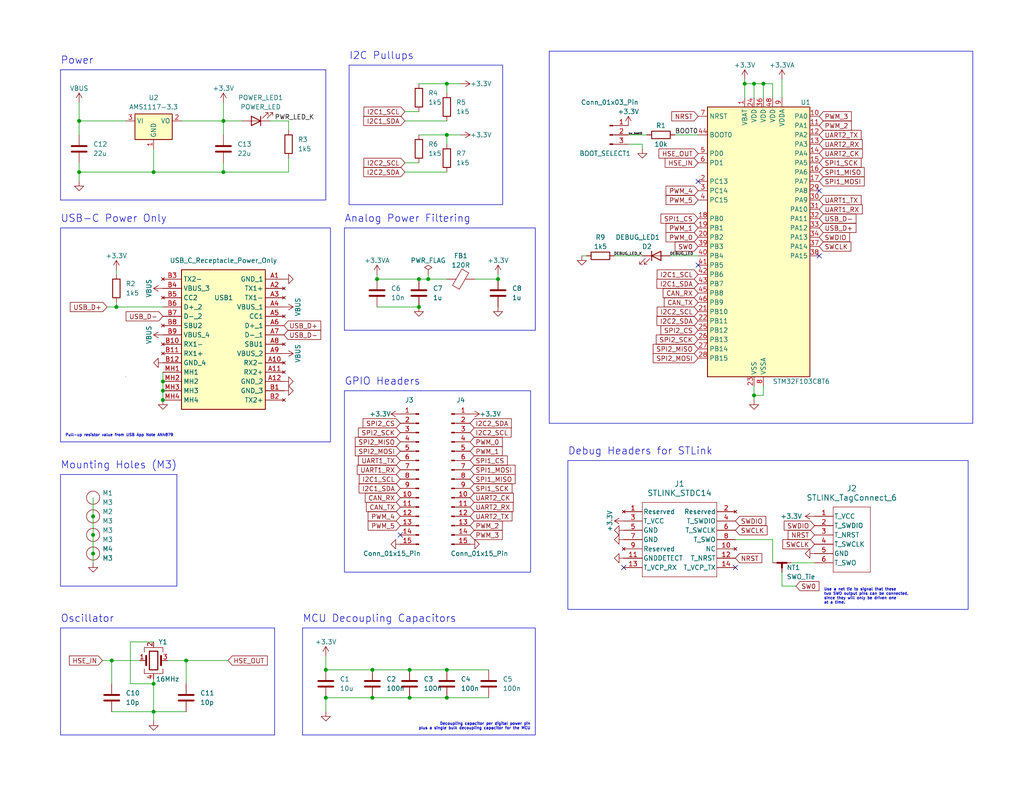
<source format=kicad_sch>
(kicad_sch (version 20230121) (generator eeschema)
  (paper "USLetter")
  (title_block (title "STM32F1 CPU Board") (date "2024-04-03") (rev "1.1") (company "Tennessee Valley Stellar Corporation"))
  (lib_symbols
    (symbol "Connector:Conn_01x03_Pin" (pin_names (offset 1.016) hide)
      (property "Reference" "J" (at 0 5.08 0))
      (property "Value" "Conn_01x03_Pin" (at 0 -5.08 0))
      (symbol "Conn_01x03_Pin_1_1"
        (pin passive line (at 5.08 2.54 180) (length 3.81) (name "Pin_1") (number "1"))
        (pin passive line (at 5.08 0 180) (length 3.81) (name "Pin_2") (number "2"))
        (pin passive line (at 5.08 -2.54 180) (length 3.81) (name "Pin_3") (number "3"))
      )
    )
    (symbol "Connector:Conn_01x15_Pin" (pin_names (offset 1.016) hide)
      (property "Reference" "J" (at 0 20.32 0))
      (property "Value" "Conn_01x15_Pin" (at 0 -20.32 0))
      (symbol "Conn_01x15_Pin_1_1"
        (pin passive line (at 5.08 17.78 180) (length 3.81) (name "Pin_1") (number "1"))
        (pin passive line (at 5.08 -5.08 180) (length 3.81) (name "Pin_10") (number "10"))
        (pin passive line (at 5.08 -7.62 180) (length 3.81) (name "Pin_11") (number "11"))
        (pin passive line (at 5.08 -10.16 180) (length 3.81) (name "Pin_12") (number "12"))
        (pin passive line (at 5.08 -12.7 180) (length 3.81) (name "Pin_13") (number "13"))
        (pin passive line (at 5.08 -15.24 180) (length 3.81) (name "Pin_14") (number "14"))
        (pin passive line (at 5.08 -17.78 180) (length 3.81) (name "Pin_15") (number "15"))
        (pin passive line (at 5.08 15.24 180) (length 3.81) (name "Pin_2") (number "2"))
        (pin passive line (at 5.08 12.7 180) (length 3.81) (name "Pin_3") (number "3"))
        (pin passive line (at 5.08 10.16 180) (length 3.81) (name "Pin_4") (number "4"))
        (pin passive line (at 5.08 7.62 180) (length 3.81) (name "Pin_5") (number "5"))
        (pin passive line (at 5.08 5.08 180) (length 3.81) (name "Pin_6") (number "6"))
        (pin passive line (at 5.08 2.54 180) (length 3.81) (name "Pin_7") (number "7"))
        (pin passive line (at 5.08 0 180) (length 3.81) (name "Pin_8") (number "8"))
        (pin passive line (at 5.08 -2.54 180) (length 3.81) (name "Pin_9") (number "9"))
      )
    )
    (symbol "Device:C" (pin_numbers hide) (pin_names (offset 0.254))
      (property "Reference" "C" (at 0.635 2.54 0))
      (property "Value" "C" (at 0.635 -2.54 0))
      (symbol "C_1_1"
        (pin passive line (at 0 3.81 270) (length 2.794) (name "~") (number "1"))
        (pin passive line (at 0 -3.81 90) (length 2.794) (name "~") (number "2"))
      )
    )
    (symbol "Device:Crystal_GND24" (pin_names (offset 1.016) hide)
      (property "Reference" "Y" (at 3.175 5.08 0))
      (property "Value" "Crystal_GND24" (at 3.175 3.175 0))
      (symbol "Crystal_GND24_1_1"
        (pin passive line (at -3.81 0 0) (length 1.27) (name "1") (number "1"))
        (pin passive line (at 0 5.08 270) (length 1.27) (name "2") (number "2"))
        (pin passive line (at 3.81 0 180) (length 1.27) (name "3") (number "3"))
        (pin passive line (at 0 -5.08 90) (length 1.27) (name "4") (number "4"))
      )
    )
    (symbol "Device:FerriteBead" (pin_numbers hide) (pin_names (offset 0))
      (property "Reference" "FB" (at -3.81 0.635 90))
      (property "Value" "FerriteBead" (at 3.81 0 90))
      (symbol "FerriteBead_1_1"
        (pin passive line (at 0 3.81 270) (length 2.54) (name "~") (number "1"))
        (pin passive line (at 0 -3.81 90) (length 2.54) (name "~") (number "2"))
      )
    )
    (symbol "Device:LED" (pin_numbers hide) (pin_names (offset 1.016) hide)
      (property "Reference" "D" (at 0 2.54 0))
      (property "Value" "LED" (at 0 -2.54 0))
      (symbol "LED_1_1"
        (pin passive line (at -3.81 0 0) (length 2.54) (name "K") (number "1"))
        (pin passive line (at 3.81 0 180) (length 2.54) (name "A") (number "2"))
      )
    )
    (symbol "Device:NetTie_3_Tee" (pin_numbers hide) (pin_names (offset 0) hide) (in_bom no)
      (property "Reference" "NT" (at 0 3.175 0))
      (property "Value" "NetTie_3_Tee" (at 0 1.27 0))
      (symbol "NetTie_3_Tee_1_1"
        (pin passive line (at -2.54 0 0) (length 2.54) (name "1") (number "1"))
        (pin passive line (at 2.54 0 180) (length 2.54) (name "2") (number "2"))
        (pin passive line (at 0 -2.54 90) (length 2.54) (name "3") (number "3"))
      )
    )
    (symbol "Device:R" (pin_numbers hide) (pin_names (offset 0))
      (property "Reference" "R" (at 2.032 0 90))
      (property "Value" "R" (at 0 0 90))
      (symbol "R_1_1"
        (pin passive line (at 0 3.81 270) (length 1.27) (name "~") (number "1"))
        (pin passive line (at 0 -3.81 90) (length 1.27) (name "~") (number "2"))
      )
    )
    (symbol "MCU_ST_STM32F1:STM32F103C8Tx"
      (property "Reference" "U" (at -12.7 39.37 0))
      (property "Value" "STM32F103C8Tx" (at 10.16 39.37 0))
      (symbol "STM32F103C8Tx_1_1"
        (pin power_in line (at -2.54 40.64 270) (length 2.54) (name "VBAT") (number "1"))
        (pin bidirectional line (at 17.78 35.56 180) (length 2.54) (name "PA0") (number "10"))
        (pin bidirectional line (at 17.78 33.02 180) (length 2.54) (name "PA1") (number "11"))
        (pin bidirectional line (at 17.78 30.48 180) (length 2.54) (name "PA2") (number "12"))
        (pin bidirectional line (at 17.78 27.94 180) (length 2.54) (name "PA3") (number "13"))
        (pin bidirectional line (at 17.78 25.4 180) (length 2.54) (name "PA4") (number "14"))
        (pin bidirectional line (at 17.78 22.86 180) (length 2.54) (name "PA5") (number "15"))
        (pin bidirectional line (at 17.78 20.32 180) (length 2.54) (name "PA6") (number "16"))
        (pin bidirectional line (at 17.78 17.78 180) (length 2.54) (name "PA7") (number "17"))
        (pin bidirectional line (at -15.24 7.62 0) (length 2.54) (name "PB0") (number "18"))
        (pin bidirectional line (at -15.24 5.08 0) (length 2.54) (name "PB1") (number "19"))
        (pin bidirectional line (at -15.24 17.78 0) (length 2.54) (name "PC13") (number "2"))
        (pin bidirectional line (at -15.24 2.54 0) (length 2.54) (name "PB2") (number "20"))
        (pin bidirectional line (at -15.24 -17.78 0) (length 2.54) (name "PB10") (number "21"))
        (pin bidirectional line (at -15.24 -20.32 0) (length 2.54) (name "PB11") (number "22"))
        (pin power_in line (at 0 -38.1 90) (length 2.54) (name "VSS") (number "23"))
        (pin power_in line (at 0 40.64 270) (length 2.54) (name "VDD") (number "24"))
        (pin bidirectional line (at -15.24 -22.86 0) (length 2.54) (name "PB12") (number "25"))
        (pin bidirectional line (at -15.24 -25.4 0) (length 2.54) (name "PB13") (number "26"))
        (pin bidirectional line (at -15.24 -27.94 0) (length 2.54) (name "PB14") (number "27"))
        (pin bidirectional line (at -15.24 -30.48 0) (length 2.54) (name "PB15") (number "28"))
        (pin bidirectional line (at 17.78 15.24 180) (length 2.54) (name "PA8") (number "29"))
        (pin bidirectional line (at -15.24 15.24 0) (length 2.54) (name "PC14") (number "3"))
        (pin bidirectional line (at 17.78 12.7 180) (length 2.54) (name "PA9") (number "30"))
        (pin bidirectional line (at 17.78 10.16 180) (length 2.54) (name "PA10") (number "31"))
        (pin bidirectional line (at 17.78 7.62 180) (length 2.54) (name "PA11") (number "32"))
        (pin bidirectional line (at 17.78 5.08 180) (length 2.54) (name "PA12") (number "33"))
        (pin bidirectional line (at 17.78 2.54 180) (length 2.54) (name "PA13") (number "34"))
        (pin passive line (at 0 -38.1 90) (length 2.54) hide (name "VSS") (number "35"))
        (pin power_in line (at 2.54 40.64 270) (length 2.54) (name "VDD") (number "36"))
        (pin bidirectional line (at 17.78 0 180) (length 2.54) (name "PA14") (number "37"))
        (pin bidirectional line (at 17.78 -2.54 180) (length 2.54) (name "PA15") (number "38"))
        (pin bidirectional line (at -15.24 0 0) (length 2.54) (name "PB3") (number "39"))
        (pin bidirectional line (at -15.24 12.7 0) (length 2.54) (name "PC15") (number "4"))
        (pin bidirectional line (at -15.24 -2.54 0) (length 2.54) (name "PB4") (number "40"))
        (pin bidirectional line (at -15.24 -5.08 0) (length 2.54) (name "PB5") (number "41"))
        (pin bidirectional line (at -15.24 -7.62 0) (length 2.54) (name "PB6") (number "42"))
        (pin bidirectional line (at -15.24 -10.16 0) (length 2.54) (name "PB7") (number "43"))
        (pin input line (at -15.24 30.48 0) (length 2.54) (name "BOOT0") (number "44"))
        (pin bidirectional line (at -15.24 -12.7 0) (length 2.54) (name "PB8") (number "45"))
        (pin bidirectional line (at -15.24 -15.24 0) (length 2.54) (name "PB9") (number "46"))
        (pin passive line (at 0 -38.1 90) (length 2.54) hide (name "VSS") (number "47"))
        (pin power_in line (at 5.08 40.64 270) (length 2.54) (name "VDD") (number "48"))
        (pin bidirectional line (at -15.24 25.4 0) (length 2.54) (name "PD0") (number "5"))
        (pin bidirectional line (at -15.24 22.86 0) (length 2.54) (name "PD1") (number "6"))
        (pin input line (at -15.24 35.56 0) (length 2.54) (name "NRST") (number "7"))
        (pin power_in line (at 2.54 -38.1 90) (length 2.54) (name "VSSA") (number "8"))
        (pin power_in line (at 7.62 40.64 270) (length 2.54) (name "VDDA") (number "9"))
      )
    )
    (symbol "Regulator_Linear:AMS1117-3.3"
      (property "Reference" "U" (at -3.81 3.175 0))
      (property "Value" "AMS1117-3.3" (at 0 3.175 0))
      (symbol "AMS1117-3.3_1_1"
        (pin power_in line (at 0 -7.62 90) (length 2.54) (name "GND") (number "1"))
        (pin power_out line (at 7.62 0 180) (length 2.54) (name "VO") (number "2"))
        (pin power_in line (at -7.62 0 0) (length 2.54) (name "VI") (number "3"))
      )
    )
    (symbol "TVSC:Mounting_Hole_M3_ISO_7380" (in_bom no)
      (property "Reference" "M" (at 0 0 0))
      (property "Value" "M3" (at 0 0 0))
      (symbol "Mounting_Hole_M3_ISO_7380_1_1"
        (pin passive line (at 0 0 0) (length 2.54) hide (name "Hole") (number "1"))
      )
    )
    (symbol "TVSC:STLINK_STDC14" (pin_names (offset 0.254))
      (property "Reference" "J" (at 0 12.7 0))
      (property "Value" "STLINK_STDC14" (at 0 -11.43 0))
      (symbol "STLINK_STDC14_1_1"
        (pin no_connect line (at -15.24 8.89 0) (length 5.08) (name "Reserved") (number "1"))
        (pin no_connect line (at 15.24 -1.27 180) (length 5.08) (name "NC") (number "10"))
        (pin input line (at -15.24 -3.81 0) (length 5.08) (name "GNDDETECT") (number "11"))
        (pin input line (at 15.24 -3.81 180) (length 5.08) (name "T_NRST") (number "12"))
        (pin input line (at -15.24 -6.35 0) (length 5.08) (name "T_VCP_RX") (number "13"))
        (pin output line (at 15.24 -6.35 180) (length 5.08) (name "T_VCP_TX") (number "14"))
        (pin no_connect line (at 15.24 8.89 180) (length 5.08) (name "Reserved") (number "2"))
        (pin power_in line (at -15.24 6.35 0) (length 5.08) (name "T_VCC") (number "3"))
        (pin bidirectional line (at 15.24 6.35 180) (length 5.08) (name "T_SWDIO") (number "4"))
        (pin power_in line (at -15.24 3.81 0) (length 5.08) (name "GND") (number "5"))
        (pin input line (at 15.24 3.81 180) (length 5.08) (name "T_SWCLK") (number "6"))
        (pin power_in line (at -15.24 1.27 0) (length 5.08) (name "GND") (number "7"))
        (pin output line (at 15.24 1.27 180) (length 5.08) (name "T_SWO") (number "8"))
        (pin no_connect line (at -15.24 -1.27 0) (length 5.08) (name "Reserved") (number "9"))
      )
      (symbol "STLINK_STDC14_1_2"
        (pin unspecified line (at 0 0 0) (length 5.08) (name "1") (number "1"))
        (pin unspecified line (at 0 -2.54 0) (length 5.08) (name "2") (number "2"))
        (pin unspecified line (at 0 -5.08 0) (length 5.08) (name "3") (number "3"))
        (pin unspecified line (at 0 -7.62 0) (length 5.08) (name "4") (number "4"))
        (pin unspecified line (at 0 -10.16 0) (length 5.08) (name "5") (number "5"))
        (pin unspecified line (at 0 -12.7 0) (length 5.08) (name "6") (number "6"))
        (pin unspecified line (at 0 -15.24 0) (length 5.08) (name "7") (number "7"))
        (pin unspecified line (at 0 -17.78 0) (length 5.08) (name "8") (number "8"))
      )
    )
    (symbol "TVSC:STLINK_TagConnect_6" (pin_names (offset 0.254)) (in_bom no)
      (property "Reference" "J" (at 0 6.35 0))
      (property "Value" "STLINK_TagConnect_6" (at 0 -15.24 0))
      (symbol "STLINK_TagConnect_6_1_1"
        (pin power_in line (at -10.16 2.54 0) (length 5.08) (name "T_VCC") (number "1"))
        (pin bidirectional line (at -10.16 0 0) (length 5.08) (name "T_SWDIO") (number "2"))
        (pin output line (at -10.16 -2.54 0) (length 5.08) (name "T_NRST") (number "3"))
        (pin input line (at -10.16 -5.08 0) (length 5.08) (name "T_SWCLK") (number "4"))
        (pin power_in line (at -10.16 -7.62 0) (length 5.08) (name "GND") (number "5"))
        (pin output line (at -10.16 -10.16 0) (length 5.08) (name "T_SWO") (number "6"))
      )
      (symbol "STLINK_TagConnect_6_1_2"
        (pin unspecified line (at 0 0 0) (length 5.08) (name "1") (number "1"))
        (pin unspecified line (at 0 -2.54 0) (length 5.08) (name "2") (number "2"))
        (pin unspecified line (at 0 -5.08 0) (length 5.08) (name "3") (number "3"))
        (pin unspecified line (at 0 -7.62 0) (length 5.08) (name "4") (number "4"))
        (pin unspecified line (at 0 -10.16 0) (length 5.08) (name "5") (number "5"))
        (pin unspecified line (at 0 -12.7 0) (length 5.08) (name "6") (number "6"))
        (pin unspecified line (at 0 -15.24 0) (length 5.08) (name "7") (number "7"))
        (pin unspecified line (at 0 -17.78 0) (length 5.08) (name "8") (number "8"))
      )
    )
    (symbol "TVSC:USB_C_POWER"
      (property "Reference" "J" (at 0 24.13 0))
      (property "Value" "USB_C_Receptacle" (at 0 21.59 0))
      (symbol "USB_C_POWER_1_1"
        (pin power_out line (at -16.51 16.51 0) (length 5.08) (name "GND_1") (number "A1"))
        (pin no_connect line (at -16.51 -6.35 0) (length 5.08) (name "RX2-") (number "A10"))
        (pin no_connect line (at -16.51 -8.89 0) (length 5.08) (name "RX2+") (number "A11"))
        (pin passive line (at -16.51 -11.43 0) (length 5.08) (name "GND_2") (number "A12"))
        (pin no_connect line (at -16.51 13.97 0) (length 5.08) (name "TX1+") (number "A2"))
        (pin no_connect line (at -16.51 11.43 0) (length 5.08) (name "TX1-") (number "A3"))
        (pin power_out line (at -16.51 8.89 0) (length 5.08) (name "VBUS_1") (number "A4"))
        (pin no_connect line (at -16.51 6.35 0) (length 5.08) (name "CC1") (number "A5"))
        (pin bidirectional line (at -16.51 3.81 0) (length 5.08) (name "D+_1") (number "A6"))
        (pin bidirectional line (at -16.51 1.27 0) (length 5.08) (name "D-_1") (number "A7"))
        (pin no_connect line (at -16.51 -1.27 0) (length 5.08) (name "SBU1") (number "A8"))
        (pin passive line (at -16.51 -3.81 0) (length 5.08) (name "VBUS_2") (number "A9"))
        (pin passive line (at -16.51 -13.97 0) (length 5.08) (name "GND_3") (number "B1"))
        (pin no_connect line (at 16.51 -1.27 180) (length 5.08) (name "RX1-") (number "B10"))
        (pin no_connect line (at 16.51 -3.81 180) (length 5.08) (name "RX1+") (number "B11"))
        (pin passive line (at 16.51 -6.35 180) (length 5.08) (name "GND_4") (number "B12"))
        (pin no_connect line (at -16.51 -16.51 0) (length 5.08) (name "TX2+") (number "B2"))
        (pin no_connect line (at 16.51 16.51 180) (length 5.08) (name "TX2-") (number "B3"))
        (pin passive line (at 16.51 13.97 180) (length 5.08) (name "VBUS_3") (number "B4"))
        (pin no_connect line (at 16.51 11.43 180) (length 5.08) (name "CC2") (number "B5"))
        (pin bidirectional line (at 16.51 8.89 180) (length 5.08) (name "D+_2") (number "B6"))
        (pin bidirectional line (at 16.51 6.35 180) (length 5.08) (name "D-_2") (number "B7"))
        (pin no_connect line (at 16.51 3.81 180) (length 5.08) (name "SBU2") (number "B8"))
        (pin passive line (at 16.51 1.27 180) (length 5.08) (name "VBUS_4") (number "B9"))
        (pin passive line (at 16.51 -8.89 180) (length 5.08) (name "MH1") (number "MH1"))
        (pin passive line (at 16.51 -11.43 180) (length 5.08) (name "MH2") (number "MH2"))
        (pin passive line (at 16.51 -13.97 180) (length 5.08) (name "MH3") (number "MH3"))
        (pin passive line (at 16.51 -16.51 180) (length 5.08) (name "MH4") (number "MH4"))
      )
    )
    (symbol "power:+3.3V" (power) (pin_names (offset 0))
      (property "Value" "+3.3V" (at 0 3.556 0))
      (symbol "+3.3V_1_1"
        (pin power_in line (at 0 0 90) (length 0) hide (name "+3.3V") (number "1"))
      )
    )
    (symbol "power:+3.3VA" (power) (pin_names (offset 0))
      (property "Value" "+3.3VA" (at 0 3.556 0))
      (symbol "+3.3VA_1_1"
        (pin power_in line (at 0 0 90) (length 0) hide (name "+3.3VA") (number "1"))
      )
    )
    (symbol "power:GND" (power) (pin_names (offset 0))
      (property "Value" "GND" (at 0 -3.81 0))
      (symbol "GND_1_1"
        (pin power_in line (at 0 0 270) (length 0) hide (name "GND") (number "1"))
      )
    )
    (symbol "power:PWR_FLAG" (power) (pin_numbers hide) (pin_names (offset 0) hide)
      (property "Value" "PWR_FLAG" (at 0 3.81 0))
      (symbol "PWR_FLAG_0_0"
        (pin power_out line (at 0 0 90) (length 0) (name "pwr") (number "1"))
      )
    )
    (symbol "power:VBUS" (power) (pin_names (offset 0))
      (property "Value" "VBUS" (at 0 3.81 0))
      (symbol "VBUS_1_1"
        (pin power_in line (at 0 0 90) (length 0) hide (name "VBUS") (number "1"))
      )
    )
  )
  (junction (at 101.6 190.5))
  (junction (at 111.76 182.88))
  (junction (at 205.74 22.86))
  (junction (at 25.4 151.13))
  (junction (at 203.2 22.86))
  (junction (at 44.45 109.22))
  (junction (at 121.92 22.86))
  (junction (at 121.92 36.83))
  (junction (at 50.8 180.34))
  (junction (at 41.91 186.69))
  (junction (at 21.59 46.99))
  (junction (at 116.84 76.2))
  (junction (at 30.48 180.34))
  (junction (at 88.9 190.5))
  (junction (at 88.9 182.88))
  (junction (at 121.92 182.88))
  (junction (at 25.4 140.97))
  (junction (at 44.45 104.14))
  (junction (at 205.74 107.95))
  (junction (at 135.89 76.2))
  (junction (at 60.96 33.02))
  (junction (at 114.3 76.2))
  (junction (at 114.3 83.82))
  (junction (at 60.96 46.99))
  (junction (at 101.6 182.88))
  (junction (at 102.87 76.2))
  (junction (at 25.4 146.05))
  (junction (at 41.91 194.31))
  (junction (at 41.91 46.99))
  (junction (at 121.92 190.5))
  (junction (at 21.59 33.02))
  (junction (at 208.28 22.86))
  (junction (at 31.75 83.82))
  (junction (at 111.76 190.5))
  (junction (at 44.45 106.68))
  (no_connect (at 223.52 69.85))
  (no_connect (at 109.22 146.05))
  (no_connect (at 190.5 72.39))
  (no_connect (at 200.66 154.94))
  (no_connect (at 170.18 154.94))
  (no_connect (at 190.5 49.53))
  (no_connect (at 223.52 52.07))
  (wire (pts (xy 88.9 182.88) (xy 101.6 182.88)))
  (wire (pts (xy 114.3 76.2) (xy 116.84 76.2)))
  (wire (pts (xy 208.28 107.95) (xy 205.74 107.95)))
  (wire (pts (xy 44.45 104.14) (xy 44.45 106.68)))
  (wire (pts (xy 41.91 186.69) (xy 41.91 194.31)))
  (wire (pts (xy 129.54 76.2) (xy 135.89 76.2)))
  (wire (pts (xy 135.89 74.93) (xy 135.89 76.2)))
  (wire (pts (xy 60.96 33.02) (xy 60.96 36.83)))
  (wire (pts (xy 111.76 190.5) (xy 121.92 190.5)))
  (wire (pts (xy 110.49 33.02) (xy 121.92 33.02)))
  (wire (pts (xy 182.88 69.85) (xy 190.5 69.85)))
  (wire (pts (xy 41.91 46.99) (xy 60.96 46.99)))
  (wire (pts (xy 50.8 180.34) (xy 62.23 180.34)))
  (wire (pts (xy 41.91 175.26) (xy 35.56 175.26)))
  (wire (pts (xy 31.75 73.66) (xy 31.75 74.93)))
  (polyline (pts (xy 149.86 13.97) (xy 149.86 115.57)))
  (wire (pts (xy 205.74 26.67) (xy 205.74 22.86)))
  (wire (pts (xy 78.74 46.99) (xy 60.96 46.99)))
  (wire (pts (xy 78.74 43.18) (xy 78.74 46.99)))
  (wire (pts (xy 44.45 106.68) (xy 44.45 109.22)))
  (wire (pts (xy 101.6 190.5) (xy 111.76 190.5)))
  (polyline (pts (xy 16.51 200.66) (xy 74.93 200.66)))
  (wire (pts (xy 111.76 182.88) (xy 121.92 182.88)))
  (wire (pts (xy 210.82 147.32) (xy 210.82 153.67)))
  (wire (pts (xy 121.92 182.88) (xy 133.35 182.88)))
  (polyline (pts (xy 146.05 171.45) (xy 146.05 200.66)))
  (polyline (pts (xy 146.05 62.23) (xy 146.05 90.17)))
  (wire (pts (xy 110.49 30.48) (xy 114.3 30.48)))
  (polyline (pts (xy 88.9 19.05) (xy 88.9 54.61)))
  (wire (pts (xy 213.36 160.02) (xy 217.17 160.02)))
  (wire (pts (xy 101.6 182.88) (xy 111.76 182.88)))
  (wire (pts (xy 205.74 105.41) (xy 205.74 107.95)))
  (wire (pts (xy 25.4 135.89) (xy 25.4 140.97)))
  (wire (pts (xy 210.82 26.67) (xy 210.82 22.86)))
  (wire (pts (xy 41.91 185.42) (xy 41.91 186.69)))
  (wire (pts (xy 175.26 69.85) (xy 167.64 69.85)))
  (wire (pts (xy 200.66 147.32) (xy 210.82 147.32)))
  (wire (pts (xy 29.21 83.82) (xy 31.75 83.82)))
  (wire (pts (xy 60.96 44.45) (xy 60.96 46.99)))
  (wire (pts (xy 41.91 194.31) (xy 41.91 196.85)))
  (polyline (pts (xy 74.93 171.45) (xy 74.93 200.66)))
  (wire (pts (xy 121.92 22.86) (xy 121.92 25.4)))
  (wire (pts (xy 110.49 44.45) (xy 114.3 44.45)))
  (wire (pts (xy 203.2 22.86) (xy 203.2 26.67)))
  (wire (pts (xy 30.48 180.34) (xy 38.1 180.34)))
  (wire (pts (xy 21.59 33.02) (xy 34.29 33.02)))
  (wire (pts (xy 25.4 146.05) (xy 25.4 151.13)))
  (wire (pts (xy 121.92 36.83) (xy 121.92 39.37)))
  (polyline (pts (xy 93.98 62.23) (xy 93.98 90.17)))
  (wire (pts (xy 88.9 190.5) (xy 101.6 190.5)))
  (wire (pts (xy 114.3 36.83) (xy 121.92 36.83)))
  (wire (pts (xy 35.56 186.69) (xy 41.91 186.69)))
  (polyline (pts (xy 146.05 200.66) (xy 82.55 200.66)))
  (wire (pts (xy 30.48 186.69) (xy 30.48 180.34)))
  (polyline (pts (xy 93.98 62.23) (xy 146.05 62.23)))
  (polyline (pts (xy 16.51 19.05) (xy 88.9 19.05)))
  (polyline (pts (xy 88.9 54.61) (xy 16.51 54.61)))
  (wire (pts (xy 78.74 33.02) (xy 78.74 35.56)))
  (wire (pts (xy 175.26 39.37) (xy 175.26 40.64)))
  (wire (pts (xy 171.45 36.83) (xy 176.53 36.83)))
  (polyline (pts (xy 93.98 90.17) (xy 146.05 90.17)))
  (wire (pts (xy 88.9 190.5) (xy 88.9 194.31)))
  (wire (pts (xy 35.56 175.26) (xy 35.56 186.69)))
  (wire (pts (xy 25.4 140.97) (xy 25.4 146.05)))
  (wire (pts (xy 213.36 21.59) (xy 213.36 26.67)))
  (polyline (pts (xy 16.51 19.05) (xy 16.51 54.61)))
  (polyline (pts (xy 16.51 171.45) (xy 74.93 171.45)))
  (wire (pts (xy 114.3 83.82) (xy 114.3 82.55)))
  (polyline (pts (xy 82.55 171.45) (xy 146.05 171.45)))
  (wire (pts (xy 171.45 39.37) (xy 175.26 39.37)))
  (wire (pts (xy 31.75 82.55) (xy 31.75 83.82)))
  (wire (pts (xy 205.74 107.95) (xy 205.74 109.22)))
  (wire (pts (xy 114.3 76.2) (xy 102.87 76.2)))
  (wire (pts (xy 213.36 156.21) (xy 213.36 160.02)))
  (wire (pts (xy 116.84 74.93) (xy 116.84 76.2)))
  (polyline (pts (xy 16.51 200.66) (xy 16.51 171.45)))
  (wire (pts (xy 114.3 22.86) (xy 121.92 22.86)))
  (wire (pts (xy 102.87 76.2) (xy 102.87 74.93)))
  (wire (pts (xy 21.59 36.83) (xy 21.59 33.02)))
  (polyline (pts (xy 149.86 115.57) (xy 265.43 115.57)))
  (wire (pts (xy 116.84 76.2) (xy 121.92 76.2)))
  (polyline (pts (xy 265.43 13.97) (xy 149.86 13.97)))
  (wire (pts (xy 210.82 22.86) (xy 208.28 22.86)))
  (wire (pts (xy 102.87 83.82) (xy 114.3 83.82)))
  (wire (pts (xy 25.4 151.13) (xy 25.4 153.67)))
  (polyline (pts (xy 82.55 171.45) (xy 82.55 200.66)))
  (wire (pts (xy 110.49 46.99) (xy 121.92 46.99)))
  (polyline (pts (xy 265.43 13.97) (xy 265.43 115.57)))
  (wire (pts (xy 27.94 180.34) (xy 30.48 180.34)))
  (wire (pts (xy 208.28 105.41) (xy 208.28 107.95)))
  (wire (pts (xy 208.28 22.86) (xy 205.74 22.86)))
  (wire (pts (xy 208.28 26.67) (xy 208.28 22.86)))
  (wire (pts (xy 21.59 46.99) (xy 41.91 46.99)))
  (wire (pts (xy 21.59 27.94) (xy 21.59 33.02)))
  (wire (pts (xy 31.75 83.82) (xy 44.45 83.82)))
  (wire (pts (xy 88.9 179.07) (xy 88.9 182.88)))
  (wire (pts (xy 121.92 36.83) (xy 125.73 36.83)))
  (wire (pts (xy 21.59 46.99) (xy 21.59 49.53)))
  (wire (pts (xy 158.75 69.85) (xy 160.02 69.85)))
  (wire (pts (xy 41.91 40.64) (xy 41.91 46.99)))
  (polyline (pts (xy 34.29 102.87) (xy 34.29 102.87)))
  (wire (pts (xy 60.96 27.94) (xy 60.96 33.02)))
  (wire (pts (xy 21.59 44.45) (xy 21.59 46.99)))
  (wire (pts (xy 121.92 22.86) (xy 125.73 22.86)))
  (wire (pts (xy 60.96 33.02) (xy 66.04 33.02)))
  (wire (pts (xy 205.74 22.86) (xy 203.2 22.86)))
  (wire (pts (xy 184.15 36.83) (xy 190.5 36.83)))
  (wire (pts (xy 41.91 194.31) (xy 50.8 194.31)))
  (wire (pts (xy 203.2 21.59) (xy 203.2 22.86)))
  (wire (pts (xy 121.92 190.5) (xy 133.35 190.5)))
  (wire (pts (xy 222.25 153.67) (xy 215.9 153.67)))
  (wire (pts (xy 50.8 180.34) (xy 50.8 186.69)))
  (wire (pts (xy 44.45 101.6) (xy 44.45 104.14)))
  (wire (pts (xy 73.66 33.02) (xy 78.74 33.02)))
  (wire (pts (xy 49.53 33.02) (xy 60.96 33.02)))
  (wire (pts (xy 30.48 194.31) (xy 41.91 194.31)))
  (wire (pts (xy 45.72 180.34) (xy 50.8 180.34)))
  (rectangle (start 95.25 17.78) (end 137.16 55.88))
  (rectangle (start 93.98 106.68) (end 144.78 156.21))
  (rectangle (start 16.51 129.54) (end 48.26 160.02))
  (rectangle (start 16.51 62.23) (end 90.17 120.65))
  (rectangle (start 154.94 125.73) (end 264.16 166.37))
  (text "Use a net tie to signal that these\ntwo SWO output pins can be connected,\nsince they will only be driven one\nat a time." (at 224.79 165.1 0) (effects (font (size 0.75 0.75)) (justify left bottom)))
  (text "GPIO Headers" (at 93.98 105.41 0) (effects (font (size 2 2)) (justify left bottom)))
  (text "Decoupling capacitor per digital power pin\nplus a single bulk decoupling capacitor for the MCU" (at 144.78 199.39 0) (effects (font (size 0.75 0.75)) (justify right bottom)))
  (text "I2C Pullups" (at 95.25 16.51 0) (effects (font (size 2 2)) (justify left bottom)))
  (text "Mounting Holes (M3)" (at 16.51 128.27 0) (effects (font (size 2 2)) (justify left bottom)))
  (text "Debug Headers for STLink" (at 154.94 124.46 0) (effects (font (size 2 2)) (justify left bottom)))
  (text "Power" (at 16.51 17.78 0) (effects (font (size 2 2)) (justify left bottom)))
  (text "Pull-up resistor value from USB App Note AN4879" (at 17.78 119.38 0) (effects (font (size 0.75 0.75)) (justify left bottom)))
  (text "MCU Decoupling Capacitors" (at 82.55 170.18 0) (effects (font (size 2 2)) (justify left bottom)))
  (text "Analog Power Filtering" (at 93.98 60.96 0) (effects (font (size 2 2)) (justify left bottom)))
  (text "Oscillator" (at 16.51 170.18 0) (effects (font (size 2 2)) (justify left bottom)))
  (text "USB-C Power Only" (at 16.51 60.96 0) (effects (font (size 2 2)) (justify left bottom)))
  (label "DEBUG_LED" (at 189.23 69.85 180) (effects (font (size 0.75 0.75))))
  (label "DEBUG_LED_K" (at 175.26 69.85 180) (effects (font (size 0.75 0.75))))
  (label "BOOT0" (at 184.15 36.83 0))
  (label "sw_boot0" (at 171.45 36.83 0) (effects (font (size 0.54 0.54))))
  (label "PWR_LED_K" (at 74.93 33.02 0))
  (global_label "USB_D+" (shape input) (at 223.52 62.23 0) (property "Intersheetrefs" "${INTERSHEET_REFS}" (effects hide)))
  (global_label "USB_D-" (shape input) (at 44.45 86.36 180) (property "Intersheetrefs" "${INTERSHEET_REFS}" (effects hide)))
  (global_label "UART2_CK" (shape input) (at 128.27 135.89 0) (property "Intersheetrefs" "${INTERSHEET_REFS}" (effects hide)))
  (global_label "UART1_TX" (shape input) (at 109.22 125.73 180) (property "Intersheetrefs" "${INTERSHEET_REFS}" (effects hide)))
  (global_label "SPI2_MISO" (shape input) (at 190.5 95.25 180) (property "Intersheetrefs" "${INTERSHEET_REFS}" (effects hide)))
  (global_label "SPI2_CS" (shape input) (at 109.22 115.57 180) (property "Intersheetrefs" "${INTERSHEET_REFS}" (effects hide)))
  (global_label "CAN_RX" (shape input) (at 109.22 135.89 180) (property "Intersheetrefs" "${INTERSHEET_REFS}" (effects hide)))
  (global_label "HSE_IN" (shape input) (at 27.94 180.34 180) (property "Intersheetrefs" "${INTERSHEET_REFS}" (effects hide)))
  (global_label "UART1_TX" (shape input) (at 223.52 54.61 0) (property "Intersheetrefs" "${INTERSHEET_REFS}" (effects hide)))
  (global_label "PWM_5" (shape input) (at 190.5 54.61 180) (property "Intersheetrefs" "${INTERSHEET_REFS}" (effects hide)))
  (global_label "I2C1_SDA" (shape input) (at 190.5 77.47 180) (property "Intersheetrefs" "${INTERSHEET_REFS}" (effects hide)))
  (global_label "UART1_RX" (shape input) (at 223.52 57.15 0) (property "Intersheetrefs" "${INTERSHEET_REFS}" (effects hide)))
  (global_label "UART1_RX" (shape input) (at 109.22 128.27 180) (property "Intersheetrefs" "${INTERSHEET_REFS}" (effects hide)))
  (global_label "PWM_3" (shape input) (at 223.52 31.75 0) (property "Intersheetrefs" "${INTERSHEET_REFS}" (effects hide)))
  (global_label "I2C1_SCL" (shape input) (at 109.22 130.81 180) (property "Intersheetrefs" "${INTERSHEET_REFS}" (effects hide)))
  (global_label "I2C2_SCL" (shape input) (at 128.27 118.11 0) (property "Intersheetrefs" "${INTERSHEET_REFS}" (effects hide)))
  (global_label "I2C1_SCL" (shape input) (at 190.5 74.93 180) (property "Intersheetrefs" "${INTERSHEET_REFS}" (effects hide)))
  (global_label "I2C1_SCL" (shape input) (at 110.49 30.48 180) (property "Intersheetrefs" "${INTERSHEET_REFS}" (effects hide)))
  (global_label "I2C2_SDA" (shape input) (at 110.49 46.99 180) (property "Intersheetrefs" "${INTERSHEET_REFS}" (effects hide)))
  (global_label "SPI1_MOSI" (shape input) (at 128.27 128.27 0) (property "Intersheetrefs" "${INTERSHEET_REFS}" (effects hide)))
  (global_label "PWM_2" (shape input) (at 128.27 143.51 0) (property "Intersheetrefs" "${INTERSHEET_REFS}" (effects hide)))
  (global_label "PWM_1" (shape input) (at 128.27 123.19 0) (property "Intersheetrefs" "${INTERSHEET_REFS}" (effects hide)))
  (global_label "SPI1_SCK" (shape input) (at 128.27 133.35 0) (property "Intersheetrefs" "${INTERSHEET_REFS}" (effects hide)))
  (global_label "SPI1_MISO" (shape input) (at 223.52 46.99 0) (property "Intersheetrefs" "${INTERSHEET_REFS}" (effects hide)))
  (global_label "PWM_0" (shape input) (at 190.5 64.77 180) (property "Intersheetrefs" "${INTERSHEET_REFS}" (effects hide)))
  (global_label "SPI2_MISO" (shape input) (at 109.22 120.65 180) (property "Intersheetrefs" "${INTERSHEET_REFS}" (effects hide)))
  (global_label "SPI2_SCK" (shape input) (at 190.5 92.71 180) (property "Intersheetrefs" "${INTERSHEET_REFS}" (effects hide)))
  (global_label "SWDIO" (shape input) (at 223.52 64.77 0) (property "Intersheetrefs" "${INTERSHEET_REFS}" (effects hide)))
  (global_label "SPI1_MISO" (shape input) (at 128.27 130.81 0) (property "Intersheetrefs" "${INTERSHEET_REFS}" (effects hide)))
  (global_label "SW0" (shape input) (at 217.17 160.02 0) (property "Intersheetrefs" "${INTERSHEET_REFS}" (effects hide)))
  (global_label "SPI1_SCK" (shape input) (at 223.52 44.45 0) (property "Intersheetrefs" "${INTERSHEET_REFS}" (effects hide)))
  (global_label "SPI1_CS" (shape input) (at 128.27 125.73 0) (property "Intersheetrefs" "${INTERSHEET_REFS}" (effects hide)))
  (global_label "USB_D-" (shape input) (at 223.52 59.69 0) (property "Intersheetrefs" "${INTERSHEET_REFS}" (effects hide)))
  (global_label "HSE_IN" (shape input) (at 190.5 44.45 180) (property "Intersheetrefs" "${INTERSHEET_REFS}" (effects hide)))
  (global_label "SPI2_CS" (shape input) (at 190.5 90.17 180) (property "Intersheetrefs" "${INTERSHEET_REFS}" (effects hide)))
  (global_label "PWM_4" (shape input) (at 190.5 52.07 180) (property "Intersheetrefs" "${INTERSHEET_REFS}" (effects hide)))
  (global_label "SPI2_MOSI" (shape input) (at 190.5 97.79 180) (property "Intersheetrefs" "${INTERSHEET_REFS}" (effects hide)))
  (global_label "PWM_4" (shape input) (at 109.22 140.97 180) (property "Intersheetrefs" "${INTERSHEET_REFS}" (effects hide)))
  (global_label "SPI1_MOSI" (shape input) (at 223.52 49.53 0) (property "Intersheetrefs" "${INTERSHEET_REFS}" (effects hide)))
  (global_label "UART2_TX" (shape input) (at 128.27 140.97 0) (property "Intersheetrefs" "${INTERSHEET_REFS}" (effects hide)))
  (global_label "CAN_RX" (shape input) (at 190.5 80.01 180) (property "Intersheetrefs" "${INTERSHEET_REFS}" (effects hide)))
  (global_label "PWM_3" (shape input) (at 128.27 146.05 0) (property "Intersheetrefs" "${INTERSHEET_REFS}" (effects hide)))
  (global_label "UART2_RX" (shape input) (at 223.52 39.37 0) (property "Intersheetrefs" "${INTERSHEET_REFS}" (effects hide)))
  (global_label "CAN_TX" (shape input) (at 190.5 82.55 180) (property "Intersheetrefs" "${INTERSHEET_REFS}" (effects hide)))
  (global_label "I2C1_SDA" (shape input) (at 110.49 33.02 180) (property "Intersheetrefs" "${INTERSHEET_REFS}" (effects hide)))
  (global_label "USB_D-" (shape input) (at 77.47 91.44 0) (property "Intersheetrefs" "${INTERSHEET_REFS}" (effects hide)))
  (global_label "HSE_OUT" (shape input) (at 190.5 41.91 180) (property "Intersheetrefs" "${INTERSHEET_REFS}" (effects hide)))
  (global_label "SW0" (shape input) (at 190.5 67.31 180) (property "Intersheetrefs" "${INTERSHEET_REFS}" (effects hide)))
  (global_label "UART2_CK" (shape input) (at 223.52 41.91 0) (property "Intersheetrefs" "${INTERSHEET_REFS}" (effects hide)))
  (global_label "I2C2_SDA" (shape input) (at 190.5 87.63 180) (property "Intersheetrefs" "${INTERSHEET_REFS}" (effects hide)))
  (global_label "PWM_5" (shape input) (at 109.22 143.51 180) (property "Intersheetrefs" "${INTERSHEET_REFS}" (effects hide)))
  (global_label "SWDIO" (shape input) (at 200.66 142.24 0) (property "Intersheetrefs" "${INTERSHEET_REFS}" (effects hide)))
  (global_label "I2C1_SDA" (shape input) (at 109.22 133.35 180) (property "Intersheetrefs" "${INTERSHEET_REFS}" (effects hide)))
  (global_label "SWCLK" (shape input) (at 200.66 144.78 0) (property "Intersheetrefs" "${INTERSHEET_REFS}" (effects hide)))
  (global_label "UART2_RX" (shape input) (at 128.27 138.43 0) (property "Intersheetrefs" "${INTERSHEET_REFS}" (effects hide)))
  (global_label "I2C2_SCL" (shape input) (at 110.49 44.45 180) (property "Intersheetrefs" "${INTERSHEET_REFS}" (effects hide)))
  (global_label "PWM_2" (shape input) (at 223.52 34.29 0) (property "Intersheetrefs" "${INTERSHEET_REFS}" (effects hide)))
  (global_label "SWDIO" (shape input) (at 222.25 143.51 180) (property "Intersheetrefs" "${INTERSHEET_REFS}" (effects hide)))
  (global_label "CAN_TX" (shape input) (at 109.22 138.43 180) (property "Intersheetrefs" "${INTERSHEET_REFS}" (effects hide)))
  (global_label "NRST" (shape input) (at 200.66 152.4 0) (property "Intersheetrefs" "${INTERSHEET_REFS}" (effects hide)))
  (global_label "USB_D+" (shape input) (at 77.47 88.9 0) (property "Intersheetrefs" "${INTERSHEET_REFS}" (effects hide)))
  (global_label "NRST" (shape input) (at 190.5 31.75 180) (property "Intersheetrefs" "${INTERSHEET_REFS}" (effects hide)))
  (global_label "UART2_TX" (shape input) (at 223.52 36.83 0) (property "Intersheetrefs" "${INTERSHEET_REFS}" (effects hide)))
  (global_label "I2C2_SCL" (shape input) (at 190.5 85.09 180) (property "Intersheetrefs" "${INTERSHEET_REFS}" (effects hide)))
  (global_label "HSE_OUT" (shape input) (at 62.23 180.34 0) (property "Intersheetrefs" "${INTERSHEET_REFS}" (effects hide)))
  (global_label "PWM_0" (shape input) (at 128.27 120.65 0) (property "Intersheetrefs" "${INTERSHEET_REFS}" (effects hide)))
  (global_label "SPI1_CS" (shape input) (at 190.5 59.69 180) (property "Intersheetrefs" "${INTERSHEET_REFS}" (effects hide)))
  (global_label "SPI2_MOSI" (shape input) (at 109.22 123.19 180) (property "Intersheetrefs" "${INTERSHEET_REFS}" (effects hide)))
  (global_label "USB_D+" (shape input) (at 29.21 83.82 180) (property "Intersheetrefs" "${INTERSHEET_REFS}" (effects hide)))
  (global_label "SWCLK" (shape input) (at 222.25 148.59 180) (property "Intersheetrefs" "${INTERSHEET_REFS}" (effects hide)))
  (global_label "I2C2_SDA" (shape input) (at 128.27 115.57 0) (property "Intersheetrefs" "${INTERSHEET_REFS}" (effects hide)))
  (global_label "SWCLK" (shape input) (at 223.52 67.31 0) (property "Intersheetrefs" "${INTERSHEET_REFS}" (effects hide)))
  (global_label "PWM_1" (shape input) (at 190.5 62.23 180) (property "Intersheetrefs" "${INTERSHEET_REFS}" (effects hide)))
  (global_label "NRST" (shape input) (at 222.25 146.05 180) (property "Intersheetrefs" "${INTERSHEET_REFS}" (effects hide)))
  (global_label "SPI2_SCK" (shape input) (at 109.22 118.11 180) (property "Intersheetrefs" "${INTERSHEET_REFS}" (effects hide)))
  (symbol (lib_id "power:+3.3V") (at 128.27 113.03 270) (mirror x) (unit 1)
    (property "Reference" "#PWR027" (effects hide))
    (property "Value" "+3.3V" (at 130.81 113.03 90) (effects (justify left)))
  )
  (symbol (lib_id "Regulator_Linear:AMS1117-3.3") (at 41.91 33.02 0) (unit 1)
    (property "Reference" "U2" (at 41.91 26.67 0))
    (property "Value" "AMS1117-3.3" (at 41.91 29.21 0))
    (property "Footprint" "Package_TO_SOT_SMD:SOT-223-3_TabPin2" (effects hide))
    (property "Datasheet" "http://www.advanced-monolithic.com/pdf/ds1117.pdf" (effects hide))
    (property "MPN" "C6186" (effects hide))
    (property "Manufacturer" "Advanced Monolithic Systems" (effects hide))
    (property "Manufacturer Part Number" "AMS1117-3.3" (effects hide))
  )
  (symbol (lib_id "TVSC:USB_C_POWER") (at 60.96 92.71 0) (mirror y) (unit 1)
    (property "Reference" "USB1" (at 58.42 81.28 0) (effects (justify right)))
    (property "Value" "USB_C_Receptacle_Power_Only" (at 60.96 71.12 0))
    (property "Footprint" "footprints:12401832E402A" (effects hide))
    (property "Datasheet" "https://cdn.amphenol-cs.com/media/wysiwyg/files/documentation/datasheet/inputoutput/io_usb_type_c.pdf" (effects hide))
    (property "MPN" "C464604" (effects hide))
    (property "Manufacturer" "Amphenol Communications Solutions" (effects hide))
    (property "Manufacturer Part Number" "12401832E402A" (effects hide))
  )
  (symbol (lib_id "Device:R") (at 180.34 36.83 90) (unit 1)
    (property "Reference" "R1" (at 180.34 34.29 90))
    (property "Value" "10k" (at 180.34 39.37 90))
    (property "Footprint" "Resistor_SMD:R_0402_1005Metric" (effects hide))
    (property "MPN" "C25744" (effects hide))
    (property "Manufacturer" "UNI-ROYAL" (effects hide))
    (property "Manufacturer Part Number" "0402WGF1002TCE" (effects hide))
  )
  (symbol (lib_id "power:PWR_FLAG") (at 116.84 74.93 0) (unit 1)
    (property "Reference" "#FLG01" (effects hide))
    (property "Value" "PWR_FLAG" (at 116.84 71.12 0))
  )
  (symbol (lib_id "Device:R") (at 31.75 78.74 0) (unit 1)
    (property "Reference" "R2" (at 34.29 77.47 0) (effects (justify left)))
    (property "Value" "1k5" (at 34.29 80.01 0) (effects (justify left)))
    (property "Footprint" "Resistor_SMD:R_0402_1005Metric" (effects hide))
    (property "MPN" "C25867" (effects hide))
    (property "Manufacturer" "UNI-ROYAL" (effects hide))
    (property "Manufacturer Part Number" "0402WGF1501TCE" (effects hide))
  )
  (symbol (lib_id "Device:R") (at 114.3 26.67 0) (unit 1)
    (property "Reference" "R4" (at 116.84 25.4 0) (effects (justify left)))
    (property "Value" "1k5" (at 116.84 27.94 0) (effects (justify left)))
    (property "Footprint" "Resistor_SMD:R_0402_1005Metric" (effects hide))
    (property "MPN" "C25867" (effects hide))
    (property "Manufacturer" "UNI-ROYAL" (effects hide))
    (property "Manufacturer Part Number" "0402WGF1501TCE" (effects hide))
  )
  (symbol (lib_id "Device:C") (at 121.92 186.69 0) (unit 1)
    (property "Reference" "C4" (at 125.73 185.42 0) (effects (justify left)))
    (property "Value" "100n" (at 125.73 187.96 0) (effects (justify left)))
    (property "Footprint" "Capacitor_SMD:C_0402_1005Metric" (effects hide))
    (property "MPN" "C1525" (effects hide))
    (property "Manufacturer" "Samsung Electro-Mechanics" (effects hide))
    (property "Manufacturer Part Number" "CL05B104KO5NNNC" (effects hide))
  )
  (symbol (lib_id "power:VBUS") (at 21.59 27.94 0) (unit 1)
    (property "Reference" "#PWR018" (effects hide))
    (property "Value" "VBUS" (at 21.59 24.13 0))
  )
  (symbol (lib_id "power:+3.3V") (at 222.25 140.97 90) (unit 1)
    (property "Reference" "#PWR040" (effects hide))
    (property "Value" "+3.3V" (at 215.9 140.97 90))
  )
  (symbol (lib_id "power:+3.3V") (at 135.89 74.93 0) (unit 1)
    (property "Reference" "#PWR07" (effects hide))
    (property "Value" "+3.3V" (at 135.89 71.12 0))
  )
  (symbol (lib_id "Device:C") (at 50.8 190.5 0) (unit 1)
    (property "Reference" "C11" (at 54.61 189.23 0) (effects (justify left)))
    (property "Value" "10p" (at 54.61 191.77 0) (effects (justify left)))
    (property "Footprint" "Capacitor_SMD:C_0402_1005Metric" (effects hide))
    (property "MPN" "C32949" (effects hide))
    (property "Manufacturer" "Samsung Electro-Mechanics" (effects hide))
    (property "Manufacturer Part Number" "CL05C100JB5NNNC" (effects hide))
  )
  (symbol (lib_id "power:GND") (at 109.22 148.59 270) (unit 1)
    (property "Reference" "#PWR026" (effects hide))
    (property "Value" "GND" (effects hide))
  )
  (symbol (lib_id "power:GND") (at 170.18 147.32 270) (unit 1)
    (property "Reference" "#PWR037" (effects hide))
    (property "Value" "GND" (effects hide))
  )
  (symbol (lib_id "power:GND") (at 205.74 109.22 0) (unit 1)
    (property "Reference" "#PWR01" (effects hide))
    (property "Value" "GND" (effects hide))
  )
  (symbol (lib_id "Device:FerriteBead") (at 125.73 76.2 90) (unit 1)
    (property "Reference" "FB1" (at 125.73 69.85 90))
    (property "Value" "120R" (at 125.73 72.39 90))
    (property "Footprint" "Inductor_SMD:L_0603_1608Metric" (effects hide))
    (property "MPN" "C22787" (effects hide))
    (property "Manufacturer" "UNI-ROYAL" (effects hide))
    (property "Manufacturer Part Number" "0603WAF1200T5E" (effects hide))
  )
  (symbol (lib_id "power:GND") (at 77.47 104.14 90) (unit 1)
    (property "Reference" "#PWR047" (effects hide))
    (property "Value" "GND" (effects hide))
  )
  (symbol (lib_id "power:+3.3VA") (at 102.87 74.93 0) (unit 1)
    (property "Reference" "#PWR012" (effects hide))
    (property "Value" "+3.3VA" (at 102.87 71.12 0))
  )
  (symbol (lib_id "Device:C") (at 21.59 40.64 0) (unit 1)
    (property "Reference" "C12" (at 25.4 39.37 0) (effects (justify left)))
    (property "Value" "22u" (at 25.4 41.91 0) (effects (justify left)))
    (property "Footprint" "Capacitor_SMD:C_0805_2012Metric" (effects hide))
    (property "MPN" "C45783" (effects hide))
    (property "Manufacturer" "Samsung Electro-Mechanics" (effects hide))
    (property "Manufacturer Part Number" "CL21A226MAQNNNE" (effects hide))
  )
  (symbol (lib_id "power:GND") (at 88.9 194.31 0) (unit 1)
    (property "Reference" "#PWR020" (effects hide))
    (property "Value" "GND" (effects hide))
  )
  (symbol (lib_id "MCU_ST_STM32F1:STM32F103C8Tx") (at 205.74 67.31 0) (unit 1)
    (property "Reference" "U1" (at 218.44 27.94 0) (effects (justify left)))
    (property "Value" "STM32F103C8T6" (at 210.82 104.14 0) (effects (justify left)))
    (property "Footprint" "Package_QFP:LQFP-48_7x7mm_P0.5mm" (effects hide))
    (property "Datasheet" "https://www.st.com/resource/en/datasheet/stm32f103c8.pdf" (effects hide))
    (property "MPN" "C8734" (effects hide))
    (property "Manufacturer" "STMicroelectronics" (effects hide))
    (property "Manufacturer Part Number" "STM32F103C8T6" (effects hide))
  )
  (symbol (lib_id "Device:NetTie_3_Tee") (at 213.36 153.67 0) (unit 1) (in_bom no)
    (property "Reference" "NT1" (at 214.63 154.94 0) (effects (justify left)))
    (property "Value" "SWO_Tie" (at 214.63 157.48 0) (effects (justify left)))
    (property "Footprint" "NetTie:NetTie-3_SMD_Pad0.5mm" (effects hide))
  )
  (symbol (lib_id "power:+3.3V") (at 125.73 36.83 270) (mirror x) (unit 1)
    (property "Reference" "#PWR035" (effects hide))
    (property "Value" "+3.3V" (at 128.27 36.83 90) (effects (justify left)))
  )
  (symbol (lib_id "power:GND") (at 175.26 40.64 0) (unit 1)
    (property "Reference" "#PWR09" (effects hide))
    (property "Value" "GND" (effects hide))
  )
  (symbol (lib_id "power:GND") (at 114.3 83.82 0) (unit 1)
    (property "Reference" "#PWR04" (effects hide))
    (property "Value" "GND" (effects hide))
  )
  (symbol (lib_id "TVSC:Mounting_Hole_M3_ISO_7380") (at 25.4 135.89 0) (unit 1) (in_bom no)
    (property "Reference" "M1" (at 27.94 134.62 0) (effects (justify left)))
    (property "Value" "M3" (at 27.94 137.16 0) (effects (justify left)))
    (property "Footprint" "MountingHole:MountingHole_3.2mm_M3_ISO7380_Pad_TopBottom" (effects hide))
  )
  (symbol (lib_id "Device:LED") (at 179.07 69.85 0) (unit 1)
    (property "Reference" "D2" (at 176.53 67.31 0))
    (property "Value" "DEBUG_LED1" (at 173.99 64.77 0))
    (property "Footprint" "LED_SMD:LED_0603_1608Metric" (effects hide))
    (property "MPN" "C72041" (effects hide))
    (property "Manufacturer" "Everlight Elec" (effects hide))
    (property "Manufacturer Part Number" "19-217/BHC-ZL1M2RY/3T" (effects hide))
    (property "Color" "Blue" (effects hide))
  )
  (symbol (lib_id "power:GND") (at 25.4 153.67 0) (unit 1)
    (property "Reference" "#PWR036" (effects hide))
    (property "Value" "GND" (effects hide))
  )
  (symbol (lib_id "power:VBUS") (at 44.45 91.44 90) (unit 1)
    (property "Reference" "#PWR044" (effects hide))
    (property "Value" "VBUS" (at 40.64 91.44 0))
  )
  (symbol (lib_id "power:VBUS") (at 77.47 96.52 270) (unit 1)
    (property "Reference" "#PWR042" (effects hide))
    (property "Value" "VBUS" (at 81.28 96.52 0))
  )
  (symbol (lib_id "power:+3.3V") (at 170.18 142.24 90) (unit 1)
    (property "Reference" "#PWR015" (effects hide))
    (property "Value" "+3.3V" (at 166.37 142.24 0))
  )
  (symbol (lib_id "power:GND") (at 77.47 106.68 90) (unit 1)
    (property "Reference" "#PWR046" (effects hide))
    (property "Value" "GND" (effects hide))
  )
  (symbol (lib_id "power:GND") (at 128.27 148.59 90) (unit 1)
    (property "Reference" "#PWR024" (effects hide))
    (property "Value" "GND" (effects hide))
  )
  (symbol (lib_id "Device:C") (at 101.6 186.69 0) (unit 1)
    (property "Reference" "C2" (at 105.41 185.42 0) (effects (justify left)))
    (property "Value" "100n" (at 105.41 187.96 0) (effects (justify left)))
    (property "Footprint" "Capacitor_SMD:C_0402_1005Metric" (effects hide))
    (property "MPN" "C1525" (effects hide))
    (property "Manufacturer" "Samsung Electro-Mechanics" (effects hide))
    (property "Manufacturer Part Number" "CL05B104KO5NNNC" (effects hide))
  )
  (symbol (lib_id "Device:R") (at 163.83 69.85 270) (unit 1)
    (property "Reference" "R9" (at 163.83 64.77 90))
    (property "Value" "1k5" (at 163.83 67.31 90))
    (property "Footprint" "Resistor_SMD:R_0402_1005Metric" (effects hide))
    (property "MPN" "C25867" (effects hide))
    (property "Manufacturer" "UNI-ROYAL" (effects hide))
    (property "Manufacturer Part Number" "0402WGF1501TCE" (effects hide))
  )
  (symbol (lib_id "Device:Crystal_GND24") (at 41.91 180.34 0) (unit 1)
    (property "Reference" "Y1" (at 44.45 175.26 0))
    (property "Value" "16MHz" (at 45.72 185.42 0))
    (property "Footprint" "Crystal:Crystal_SMD_3225-4Pin_3.2x2.5mm" (effects hide))
    (property "MPN" "C2857621" (effects hide))
    (property "Manufacturer" "WTL" (effects hide))
    (property "Manufacturer Part Number" "WTL3M01610" (effects hide))
  )
  (symbol (lib_id "TVSC:STLINK_TagConnect_6") (at 232.41 143.51 0) (unit 1) (in_bom no)
    (property "Reference" "J2" (at 232.41 133.35 0) (effects (font (size 1.524 1.524))))
    (property "Value" "STLINK_TagConnect_6" (at 232.41 135.89 0) (effects (font (size 1.524 1.524))))
    (property "Footprint" "Connector:Tag-Connect_TC2030-IDC-NL_2x03_P1.27mm_Vertical" (effects hide))
    (property "Datasheet" "https://www.tag-connect.com/wp-content/uploads/bsk-pdf-manager/TC2030-CTX_1.pdf" (effects hide))
  )
  (symbol (lib_id "Connector:Conn_01x15_Pin") (at 123.19 130.81 0) (unit 1)
    (property "Reference" "J4" (at 125.73 109.22 0))
    (property "Value" "Conn_01x15_Pin" (at 130.81 151.13 0))
    (property "Footprint" "Connector_PinSocket_2.54mm:PinSocket_1x15_P2.54mm_Vertical" (effects hide))
    (property "MPN" "C2883481" (effects hide))
    (property "Manufacturer" "XKB Connection" (effects hide))
    (property "Manufacturer Part Number" "X5511FV-15-C30D97-0970" (effects hide))
  )
  (symbol (lib_id "Device:C") (at 88.9 186.69 0) (unit 1)
    (property "Reference" "C1" (at 92.71 185.42 0) (effects (justify left)))
    (property "Value" "10u" (at 92.71 187.96 0) (effects (justify left)))
    (property "Footprint" "Capacitor_SMD:C_0603_1608Metric" (effects hide))
    (property "MPN" "C19702" (effects hide))
    (property "Manufacturer" "Samsung Electro-Mechanics" (effects hide))
    (property "Manufacturer Part Number" "CL10A106KP8NNNC" (effects hide))
  )
  (symbol (lib_id "Device:C") (at 111.76 186.69 0) (unit 1)
    (property "Reference" "C3" (at 115.57 185.42 0) (effects (justify left)))
    (property "Value" "100n" (at 115.57 187.96 0) (effects (justify left)))
    (property "Footprint" "Capacitor_SMD:C_0402_1005Metric" (effects hide))
    (property "MPN" "C1525" (effects hide))
    (property "Manufacturer" "Samsung Electro-Mechanics" (effects hide))
    (property "Manufacturer Part Number" "CL05B104KO5NNNC" (effects hide))
  )
  (symbol (lib_id "power:VBUS") (at 77.47 83.82 270) (unit 1)
    (property "Reference" "#PWR043" (effects hide))
    (property "Value" "VBUS" (at 81.28 83.82 0))
  )
  (symbol (lib_id "Connector:Conn_01x03_Pin") (at 166.37 36.83 0) (unit 1) (in_bom no)
    (property "Reference" "BOOT_SELECT1" (at 165.1 41.91 0))
    (property "Value" "Conn_01x03_Pin" (at 166.37 27.94 0))
    (property "Footprint" "Connector_PinHeader_2.54mm:PinHeader_1x03_P2.54mm_Vertical" (effects hide))
  )
  (symbol (lib_id "power:GND") (at 135.89 83.82 0) (unit 1)
    (property "Reference" "#PWR06" (effects hide))
    (property "Value" "GND" (effects hide))
  )
  (symbol (lib_id "Connector:Conn_01x15_Pin") (at 114.3 130.81 0) (mirror y) (unit 1)
    (property "Reference" "J3" (at 110.49 109.22 0) (effects (justify right)))
    (property "Value" "Conn_01x15_Pin" (at 99.06 151.13 0) (effects (justify right)))
    (property "Footprint" "Connector_PinSocket_2.54mm:PinSocket_1x15_P2.54mm_Vertical" (effects hide))
    (property "MPN" "C2883481" (effects hide))
    (property "Manufacturer" "XKB Connection" (effects hide))
    (property "Manufacturer Part Number" "X5511FV-15-C30D97-0970" (effects hide))
  )
  (symbol (lib_id "power:GND") (at 170.18 152.4 270) (unit 1)
    (property "Reference" "#PWR08" (effects hide))
    (property "Value" "GND" (effects hide))
  )
  (symbol (lib_id "Device:C") (at 135.89 80.01 0) (unit 1)
    (property "Reference" "C8" (at 139.7 78.74 0) (effects (justify left)))
    (property "Value" "1u" (at 139.7 81.28 0) (effects (justify left)))
    (property "Footprint" "Capacitor_SMD:C_0603_1608Metric" (effects hide))
    (property "MPN" "C15849" (effects hide))
    (property "Manufacturer" "Samsung Electro-Mechanics" (effects hide))
    (property "Manufacturer Part Number" "CL10A105KB8NNNC" (effects hide))
  )
  (symbol (lib_id "power:GND") (at 44.45 99.06 270) (unit 1)
    (property "Reference" "#PWR049" (effects hide))
    (property "Value" "GND" (effects hide))
  )
  (symbol (lib_id "power:GND") (at 41.91 196.85 0) (unit 1)
    (property "Reference" "#PWR011" (effects hide))
    (property "Value" "GND" (effects hide))
  )
  (symbol (lib_id "Device:R") (at 121.92 29.21 0) (unit 1)
    (property "Reference" "R5" (at 124.46 27.94 0) (effects (justify left)))
    (property "Value" "1k5" (at 124.46 30.48 0) (effects (justify left)))
    (property "Footprint" "Resistor_SMD:R_0402_1005Metric" (effects hide))
    (property "MPN" "C25867" (effects hide))
    (property "Manufacturer" "UNI-ROYAL" (effects hide))
    (property "Manufacturer Part Number" "0402WGF1501TCE" (effects hide))
  )
  (symbol (lib_id "power:+3.3V") (at 60.96 27.94 0) (unit 1)
    (property "Reference" "#PWR019" (effects hide))
    (property "Value" "+3.3V" (at 60.96 24.13 0))
  )
  (symbol (lib_id "Device:C") (at 60.96 40.64 0) (unit 1)
    (property "Reference" "C13" (at 64.77 39.37 0) (effects (justify left)))
    (property "Value" "22u" (at 64.77 41.91 0) (effects (justify left)))
    (property "Footprint" "Capacitor_SMD:C_0805_2012Metric" (effects hide))
    (property "MPN" "C45783" (effects hide))
    (property "Manufacturer" "Samsung Electro-Mechanics" (effects hide))
    (property "Manufacturer Part Number" "CL21A226MAQNNNE" (effects hide))
  )
  (symbol (lib_id "TVSC:STLINK_STDC14") (at 185.42 148.59 0) (unit 1)
    (property "Reference" "J1" (at 185.42 132.08 0) (effects (font (size 1.524 1.524))))
    (property "Value" "STLINK_STDC14" (at 185.42 134.62 0) (effects (font (size 1.524 1.524))))
    (property "Footprint" "Connector_PinHeader_1.27mm:PinHeader_2x07_P1.27mm_Vertical" (effects hide))
    (property "Datasheet" "https://www.st.com/resource/en/user_manual/um2910-stlinkv3minie-debuggerprogrammer-tiny-probe-for-stm32-microcontrollers-stmicroelectronics.pdf" (effects hide))
    (property "MPN" "C2881789" (effects hide))
    (property "Manufacturer" "XKB Connectivity" (effects hide))
    (property "Manufacturer Part Number" "X1321WV-2x07J-C30D23" (effects hide))
  )
  (symbol (lib_id "power:GND") (at 158.75 69.85 0) (unit 1)
    (property "Reference" "#PWR023" (effects hide))
    (property "Value" "GND" (effects hide))
  )
  (symbol (lib_id "Device:R") (at 78.74 39.37 0) (unit 1)
    (property "Reference" "R3" (at 81.28 38.1 0) (effects (justify left)))
    (property "Value" "1k5" (at 81.28 40.64 0) (effects (justify left)))
    (property "Footprint" "Resistor_SMD:R_0402_1005Metric" (effects hide))
    (property "MPN" "C25867" (effects hide))
    (property "Manufacturer" "UNI-ROYAL" (effects hide))
    (property "Manufacturer Part Number" "0402WGF1501TCE" (effects hide))
  )
  (symbol (lib_id "power:GND") (at 21.59 49.53 0) (unit 1)
    (property "Reference" "#PWR017" (effects hide))
    (property "Value" "GND" (effects hide))
  )
  (symbol (lib_id "Device:LED") (at 69.85 33.02 180) (unit 1)
    (property "Reference" "POWER_LED1" (at 71.12 26.67 0))
    (property "Value" "POWER_LED" (at 71.12 29.21 0))
    (property "Footprint" "LED_SMD:LED_0603_1608Metric" (effects hide))
    (property "MPN" "C72043" (effects hide))
    (property "Manufacturer" "Everlight Elec" (effects hide))
    (property "Manufacturer Part Number" "19-217/GHC-YR1S2/3T" (effects hide))
    (property "Color" "Green" (effects hide))
  )
  (symbol (lib_id "power:+3.3V") (at 31.75 73.66 0) (unit 1)
    (property "Reference" "#PWR013" (effects hide))
    (property "Value" "+3.3V" (at 31.75 69.85 0))
  )
  (symbol (lib_id "TVSC:Mounting_Hole_M3_ISO_7380") (at 25.4 151.13 0) (unit 1) (in_bom no)
    (property "Reference" "M4" (at 27.94 149.86 0) (effects (justify left)))
    (property "Value" "M3" (at 27.94 152.4 0) (effects (justify left)))
    (property "Footprint" "MountingHole:MountingHole_3.2mm_M3_ISO7380_Pad_TopBottom" (effects hide))
  )
  (symbol (lib_id "power:+3.3VA") (at 213.36 21.59 0) (unit 1)
    (property "Reference" "#PWR05" (effects hide))
    (property "Value" "+3.3VA" (at 213.36 17.78 0))
  )
  (symbol (lib_id "Device:R") (at 114.3 40.64 0) (unit 1)
    (property "Reference" "R6" (at 116.84 39.37 0) (effects (justify left)))
    (property "Value" "1k5" (at 116.84 41.91 0) (effects (justify left)))
    (property "Footprint" "Resistor_SMD:R_0402_1005Metric" (effects hide))
    (property "MPN" "C25867" (effects hide))
    (property "Manufacturer" "UNI-ROYAL" (effects hide))
    (property "Manufacturer Part Number" "0402WGF1501TCE" (effects hide))
  )
  (symbol (lib_id "power:GND") (at 44.45 109.22 0) (unit 1)
    (property "Reference" "#PWR045" (effects hide))
    (property "Value" "GND" (effects hide))
  )
  (symbol (lib_id "power:GND") (at 222.25 151.13 270) (unit 1)
    (property "Reference" "#PWR021" (effects hide))
    (property "Value" "GND" (effects hide))
  )
  (symbol (lib_id "power:+3.3V") (at 88.9 179.07 0) (unit 1)
    (property "Reference" "#PWR03" (effects hide))
    (property "Value" "+3.3V" (at 88.9 175.26 0))
  )
  (symbol (lib_id "Device:C") (at 102.87 80.01 0) (unit 1)
    (property "Reference" "C6" (at 106.68 78.74 0) (effects (justify left)))
    (property "Value" "10n" (at 106.68 81.28 0) (effects (justify left)))
    (property "Footprint" "Capacitor_SMD:C_0402_1005Metric" (effects hide))
    (property "MPN" "C15195" (effects hide))
    (property "Manufacturer" "Samsung Electro-Mechanics" (effects hide))
    (property "Manufacturer Part Number" "CL05B103KB5NNNC" (effects hide))
  )
  (symbol (lib_id "TVSC:Mounting_Hole_M3_ISO_7380") (at 25.4 140.97 0) (unit 1) (in_bom no)
    (property "Reference" "M2" (at 27.94 139.7 0) (effects (justify left)))
    (property "Value" "M3" (at 27.94 142.24 0) (effects (justify left)))
    (property "Footprint" "MountingHole:MountingHole_3.2mm_M3_ISO7380_Pad_TopBottom" (effects hide))
  )
  (symbol (lib_id "Device:C") (at 133.35 186.69 0) (unit 1)
    (property "Reference" "C5" (at 137.16 185.42 0) (effects (justify left)))
    (property "Value" "100n" (at 137.16 187.96 0) (effects (justify left)))
    (property "Footprint" "Capacitor_SMD:C_0402_1005Metric" (effects hide))
    (property "MPN" "C1525" (effects hide))
    (property "Manufacturer" "Samsung Electro-Mechanics" (effects hide))
    (property "Manufacturer Part Number" "CL05B104KO5NNNC" (effects hide))
  )
  (symbol (lib_id "Device:R") (at 121.92 43.18 0) (unit 1)
    (property "Reference" "R7" (at 124.46 41.91 0) (effects (justify left)))
    (property "Value" "1k5" (at 124.46 44.45 0) (effects (justify left)))
    (property "Footprint" "Resistor_SMD:R_0402_1005Metric" (effects hide))
    (property "MPN" "C25867" (effects hide))
    (property "Manufacturer" "UNI-ROYAL" (effects hide))
    (property "Manufacturer Part Number" "0402WGF1501TCE" (effects hide))
  )
  (symbol (lib_id "power:+3.3V") (at 203.2 21.59 0) (unit 1)
    (property "Reference" "#PWR02" (effects hide))
    (property "Value" "+3.3V" (at 203.2 17.78 0))
  )
  (symbol (lib_id "power:+3.3V") (at 125.73 22.86 270) (mirror x) (unit 1)
    (property "Reference" "#PWR034" (effects hide))
    (property "Value" "+3.3V" (at 128.27 22.86 90) (effects (justify left)))
  )
  (symbol (lib_id "power:GND") (at 77.47 76.2 90) (unit 1)
    (property "Reference" "#PWR048" (effects hide))
    (property "Value" "GND" (effects hide))
  )
  (symbol (lib_id "power:+3.3V") (at 171.45 34.29 0) (unit 1)
    (property "Reference" "#PWR010" (effects hide))
    (property "Value" "+3.3V" (at 171.45 30.48 0))
  )
  (symbol (lib_id "power:VBUS") (at 44.45 78.74 90) (unit 1)
    (property "Reference" "#PWR014" (effects hide))
    (property "Value" "VBUS" (at 40.64 78.74 0))
  )
  (symbol (lib_id "power:+3.3V") (at 109.22 113.03 90) (unit 1)
    (property "Reference" "#PWR022" (effects hide))
    (property "Value" "+3.3V" (at 106.68 113.03 90) (effects (justify left)))
  )
  (symbol (lib_id "power:GND") (at 170.18 144.78 270) (unit 1)
    (property "Reference" "#PWR016" (effects hide))
    (property "Value" "GND" (effects hide))
  )
  (symbol (lib_id "Device:C") (at 30.48 190.5 0) (unit 1)
    (property "Reference" "C10" (at 34.29 189.23 0) (effects (justify left)))
    (property "Value" "10p" (at 34.29 191.77 0) (effects (justify left)))
    (property "Footprint" "Capacitor_SMD:C_0402_1005Metric" (effects hide))
    (property "MPN" "C32949" (effects hide))
    (property "Manufacturer" "Samsung Electro-Mechanics" (effects hide))
    (property "Manufacturer Part Number" "CL05C100JB5NNNC" (effects hide))
  )
  (symbol (lib_id "Device:C") (at 114.3 80.01 0) (unit 1)
    (property "Reference" "C7" (at 118.11 78.74 0) (effects (justify left)))
    (property "Value" "1u" (at 118.11 81.28 0) (effects (justify left)))
    (property "Footprint" "Capacitor_SMD:C_0603_1608Metric" (effects hide))
    (property "MPN" "C15849" (effects hide))
    (property "Manufacturer" "Samsung Electro-Mechanics" (effects hide))
    (property "Manufacturer Part Number" "CL10A105KB8NNNC" (effects hide))
  )
  (symbol (lib_id "TVSC:Mounting_Hole_M3_ISO_7380") (at 25.4 146.05 0) (unit 1) (in_bom no)
    (property "Reference" "M3" (at 27.94 144.78 0) (effects (justify left)))
    (property "Value" "M3" (at 27.94 147.32 0) (effects (justify left)))
    (property "Footprint" "MountingHole:MountingHole_3.2mm_M3_ISO7380_Pad_TopBottom" (effects hide))
  )
)
</source>
